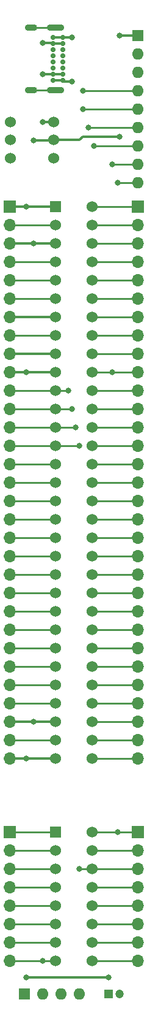
<source format=gbr>
G04 #@! TF.GenerationSoftware,KiCad,Pcbnew,(5.1.8)-1*
G04 #@! TF.CreationDate,2022-11-03T13:18:07-06:00*
G04 #@! TF.ProjectId,Breadboard Adapter,42726561-6462-46f6-9172-642041646170,rev?*
G04 #@! TF.SameCoordinates,Original*
G04 #@! TF.FileFunction,Copper,L1,Top*
G04 #@! TF.FilePolarity,Positive*
%FSLAX46Y46*%
G04 Gerber Fmt 4.6, Leading zero omitted, Abs format (unit mm)*
G04 Created by KiCad (PCBNEW (5.1.8)-1) date 2022-11-03 13:18:07*
%MOMM*%
%LPD*%
G01*
G04 APERTURE LIST*
G04 #@! TA.AperFunction,ComponentPad*
%ADD10O,1.700000X1.700000*%
G04 #@! TD*
G04 #@! TA.AperFunction,ComponentPad*
%ADD11R,1.700000X1.700000*%
G04 #@! TD*
G04 #@! TA.AperFunction,ComponentPad*
%ADD12C,1.524000*%
G04 #@! TD*
G04 #@! TA.AperFunction,ComponentPad*
%ADD13O,1.600000X1.600000*%
G04 #@! TD*
G04 #@! TA.AperFunction,ComponentPad*
%ADD14R,1.600000X1.600000*%
G04 #@! TD*
G04 #@! TA.AperFunction,ComponentPad*
%ADD15R,1.524000X1.524000*%
G04 #@! TD*
G04 #@! TA.AperFunction,ComponentPad*
%ADD16O,1.700000X0.900000*%
G04 #@! TD*
G04 #@! TA.AperFunction,ComponentPad*
%ADD17O,2.400000X0.900000*%
G04 #@! TD*
G04 #@! TA.AperFunction,ComponentPad*
%ADD18C,0.700000*%
G04 #@! TD*
G04 #@! TA.AperFunction,ComponentPad*
%ADD19C,1.200000*%
G04 #@! TD*
G04 #@! TA.AperFunction,ComponentPad*
%ADD20R,1.200000X1.200000*%
G04 #@! TD*
G04 #@! TA.AperFunction,ViaPad*
%ADD21C,0.800000*%
G04 #@! TD*
G04 #@! TA.AperFunction,Conductor*
%ADD22C,0.250000*%
G04 #@! TD*
G04 #@! TA.AperFunction,Conductor*
%ADD23C,0.330200*%
G04 #@! TD*
G04 APERTURE END LIST*
D10*
G04 #@! TO.P,J6,8*
G04 #@! TO.N,/SPK_OUT*
X111760000Y-142240000D03*
G04 #@! TO.P,J6,7*
G04 #@! TO.N,/SPK_GO*
X111760000Y-139700000D03*
G04 #@! TO.P,J6,6*
G04 #@! TO.N,/HF_PCLK*
X111760000Y-137160000D03*
G04 #@! TO.P,J6,5*
G04 #@! TO.N,/DRQ0*
X111760000Y-134620000D03*
G04 #@! TO.P,J6,4*
G04 #@! TO.N,/HOLDA*
X111760000Y-132080000D03*
G04 #@! TO.P,J6,3*
G04 #@! TO.N,/HOLD*
X111760000Y-129540000D03*
G04 #@! TO.P,J6,2*
G04 #@! TO.N,/READY*
X111760000Y-127000000D03*
D11*
G04 #@! TO.P,J6,1*
G04 #@! TO.N,/RESET*
X111760000Y-124460000D03*
G04 #@! TD*
D10*
G04 #@! TO.P,J5,8*
G04 #@! TO.N,/NMI*
X93980000Y-142240000D03*
G04 #@! TO.P,J5,7*
G04 #@! TO.N,/PIN7*
X93980000Y-139700000D03*
G04 #@! TO.P,J5,6*
G04 #@! TO.N,/IO_008X*
X93980000Y-137160000D03*
G04 #@! TO.P,J5,5*
G04 #@! TO.N,/IO_006X*
X93980000Y-134620000D03*
G04 #@! TO.P,J5,4*
G04 #@! TO.N,/IO_004X*
X93980000Y-132080000D03*
G04 #@! TO.P,J5,3*
G04 #@! TO.N,/IO_002X*
X93980000Y-129540000D03*
G04 #@! TO.P,J5,2*
G04 #@! TO.N,/IO_000X*
X93980000Y-127000000D03*
D11*
G04 #@! TO.P,J5,1*
G04 #@! TO.N,/IRQ1*
X93980000Y-124460000D03*
G04 #@! TD*
D10*
G04 #@! TO.P,J4,31*
G04 #@! TO.N,/A0*
X111760000Y-114300000D03*
G04 #@! TO.P,J4,30*
G04 #@! TO.N,/A1*
X111760000Y-111760000D03*
G04 #@! TO.P,J4,29*
G04 #@! TO.N,/A2*
X111760000Y-109220000D03*
G04 #@! TO.P,J4,28*
G04 #@! TO.N,/A3*
X111760000Y-106680000D03*
G04 #@! TO.P,J4,27*
G04 #@! TO.N,/A4*
X111760000Y-104140000D03*
G04 #@! TO.P,J4,26*
G04 #@! TO.N,/A5*
X111760000Y-101600000D03*
G04 #@! TO.P,J4,25*
G04 #@! TO.N,/A6*
X111760000Y-99060000D03*
G04 #@! TO.P,J4,24*
G04 #@! TO.N,/A7*
X111760000Y-96520000D03*
G04 #@! TO.P,J4,23*
G04 #@! TO.N,/A8*
X111760000Y-93980000D03*
G04 #@! TO.P,J4,22*
G04 #@! TO.N,/A9*
X111760000Y-91440000D03*
G04 #@! TO.P,J4,21*
G04 #@! TO.N,/A10*
X111760000Y-88900000D03*
G04 #@! TO.P,J4,20*
G04 #@! TO.N,/A11*
X111760000Y-86360000D03*
G04 #@! TO.P,J4,19*
G04 #@! TO.N,/A12*
X111760000Y-83820000D03*
G04 #@! TO.P,J4,18*
G04 #@! TO.N,/A13*
X111760000Y-81280000D03*
G04 #@! TO.P,J4,17*
G04 #@! TO.N,/A14*
X111760000Y-78740000D03*
G04 #@! TO.P,J4,16*
G04 #@! TO.N,/A15*
X111760000Y-76200000D03*
G04 #@! TO.P,J4,15*
G04 #@! TO.N,/A16*
X111760000Y-73660000D03*
G04 #@! TO.P,J4,14*
G04 #@! TO.N,/A17*
X111760000Y-71120000D03*
G04 #@! TO.P,J4,13*
G04 #@! TO.N,/A18*
X111760000Y-68580000D03*
G04 #@! TO.P,J4,12*
G04 #@! TO.N,/A19*
X111760000Y-66040000D03*
G04 #@! TO.P,J4,11*
G04 #@! TO.N,/AEN*
X111760000Y-63500000D03*
G04 #@! TO.P,J4,10*
G04 #@! TO.N,/RDY1*
X111760000Y-60960000D03*
G04 #@! TO.P,J4,9*
G04 #@! TO.N,/D0*
X111760000Y-58420000D03*
G04 #@! TO.P,J4,8*
G04 #@! TO.N,/D1*
X111760000Y-55880000D03*
G04 #@! TO.P,J4,7*
G04 #@! TO.N,/D2*
X111760000Y-53340000D03*
G04 #@! TO.P,J4,6*
G04 #@! TO.N,/D3*
X111760000Y-50800000D03*
G04 #@! TO.P,J4,5*
G04 #@! TO.N,/D4*
X111760000Y-48260000D03*
G04 #@! TO.P,J4,4*
G04 #@! TO.N,/D5*
X111760000Y-45720000D03*
G04 #@! TO.P,J4,3*
G04 #@! TO.N,/D6*
X111760000Y-43180000D03*
G04 #@! TO.P,J4,2*
G04 #@! TO.N,/D7*
X111760000Y-40640000D03*
D11*
G04 #@! TO.P,J4,1*
G04 #@! TO.N,/CH_CK*
X111760000Y-38100000D03*
G04 #@! TD*
D10*
G04 #@! TO.P,J3,31*
G04 #@! TO.N,/GND*
X93980000Y-114300000D03*
G04 #@! TO.P,J3,30*
G04 #@! TO.N,/OSC88*
X93980000Y-111760000D03*
G04 #@! TO.P,J3,29*
G04 #@! TO.N,/5+*
X93980000Y-109220000D03*
G04 #@! TO.P,J3,28*
G04 #@! TO.N,/ALE*
X93980000Y-106680000D03*
G04 #@! TO.P,J3,27*
G04 #@! TO.N,/TC*
X93980000Y-104140000D03*
G04 #@! TO.P,J3,26*
G04 #@! TO.N,/DACK2*
X93980000Y-101600000D03*
G04 #@! TO.P,J3,25*
G04 #@! TO.N,/IRQ3*
X93980000Y-99060000D03*
G04 #@! TO.P,J3,24*
G04 #@! TO.N,/IRQ4*
X93980000Y-96520000D03*
G04 #@! TO.P,J3,23*
G04 #@! TO.N,/IRQ5*
X93980000Y-93980000D03*
G04 #@! TO.P,J3,22*
G04 #@! TO.N,/IRQ6*
X93980000Y-91440000D03*
G04 #@! TO.P,J3,21*
G04 #@! TO.N,/IRQ7*
X93980000Y-88900000D03*
G04 #@! TO.P,J3,20*
G04 #@! TO.N,/CLK88*
X93980000Y-86360000D03*
G04 #@! TO.P,J3,19*
G04 #@! TO.N,/REFRQ*
X93980000Y-83820000D03*
G04 #@! TO.P,J3,18*
G04 #@! TO.N,/DRQ1*
X93980000Y-81280000D03*
G04 #@! TO.P,J3,17*
G04 #@! TO.N,/DACK1*
X93980000Y-78740000D03*
G04 #@! TO.P,J3,16*
G04 #@! TO.N,/DRQ3*
X93980000Y-76200000D03*
G04 #@! TO.P,J3,15*
G04 #@! TO.N,/DACK3*
X93980000Y-73660000D03*
G04 #@! TO.P,J3,14*
G04 #@! TO.N,/IORD*
X93980000Y-71120000D03*
G04 #@! TO.P,J3,13*
G04 #@! TO.N,/IOWR*
X93980000Y-68580000D03*
G04 #@! TO.P,J3,12*
G04 #@! TO.N,/MRD*
X93980000Y-66040000D03*
G04 #@! TO.P,J3,11*
G04 #@! TO.N,/MWR*
X93980000Y-63500000D03*
G04 #@! TO.P,J3,10*
G04 #@! TO.N,/GND*
X93980000Y-60960000D03*
G04 #@! TO.P,J3,9*
G04 #@! TO.N,/12+*
X93980000Y-58420000D03*
G04 #@! TO.P,J3,8*
G04 #@! TO.N,/NC*
X93980000Y-55880000D03*
G04 #@! TO.P,J3,7*
G04 #@! TO.N,/12-*
X93980000Y-53340000D03*
G04 #@! TO.P,J3,6*
G04 #@! TO.N,/DRQ2*
X93980000Y-50800000D03*
G04 #@! TO.P,J3,5*
G04 #@! TO.N,/5-*
X93980000Y-48260000D03*
G04 #@! TO.P,J3,4*
G04 #@! TO.N,/IRQ2*
X93980000Y-45720000D03*
G04 #@! TO.P,J3,3*
G04 #@! TO.N,/5+*
X93980000Y-43180000D03*
G04 #@! TO.P,J3,2*
G04 #@! TO.N,/RESOUT*
X93980000Y-40640000D03*
D11*
G04 #@! TO.P,J3,1*
G04 #@! TO.N,/GND*
X93980000Y-38100000D03*
G04 #@! TD*
D12*
G04 #@! TO.P,SW1,6*
G04 #@! TO.N,Net-(SW1-Pad6)*
X94076000Y-31416000D03*
G04 #@! TO.P,SW1,5*
G04 #@! TO.N,Net-(SW1-Pad5)*
X94076000Y-28916000D03*
G04 #@! TO.P,SW1,4*
G04 #@! TO.N,Net-(SW1-Pad4)*
X94076000Y-26416000D03*
G04 #@! TO.P,SW1,3*
G04 #@! TO.N,/POWER_SUPPLY*
X100076000Y-26416000D03*
G04 #@! TO.P,SW1,2*
G04 #@! TO.N,/5+*
X100076000Y-28916000D03*
G04 #@! TO.P,SW1,1*
G04 #@! TO.N,Net-(SW1-Pad1)*
X100076000Y-31416000D03*
G04 #@! TD*
D13*
G04 #@! TO.P,RN2,4*
G04 #@! TO.N,/HOLD*
X103632000Y-146812000D03*
G04 #@! TO.P,RN2,3*
G04 #@! TO.N,Net-(RN2-Pad3)*
X101092000Y-146812000D03*
G04 #@! TO.P,RN2,2*
G04 #@! TO.N,/NMI*
X98552000Y-146812000D03*
D14*
G04 #@! TO.P,RN2,1*
G04 #@! TO.N,/GND*
X96012000Y-146812000D03*
G04 #@! TD*
D13*
G04 #@! TO.P,RN1,9*
G04 #@! TO.N,/RESET*
X111760000Y-34798000D03*
G04 #@! TO.P,RN1,8*
G04 #@! TO.N,/RDY1*
X111760000Y-32258000D03*
G04 #@! TO.P,RN1,7*
G04 #@! TO.N,/IORD*
X111760000Y-29718000D03*
G04 #@! TO.P,RN1,6*
G04 #@! TO.N,/IOWR*
X111760000Y-27178000D03*
G04 #@! TO.P,RN1,5*
G04 #@! TO.N,/MRD*
X111760000Y-24638000D03*
G04 #@! TO.P,RN1,4*
G04 #@! TO.N,/MWR*
X111760000Y-22098000D03*
G04 #@! TO.P,RN1,3*
G04 #@! TO.N,Net-(RN1-Pad3)*
X111760000Y-19558000D03*
G04 #@! TO.P,RN1,2*
G04 #@! TO.N,Net-(RN1-Pad2)*
X111760000Y-17018000D03*
D14*
G04 #@! TO.P,RN1,1*
G04 #@! TO.N,/5+*
X111760000Y-14478000D03*
G04 #@! TD*
D12*
G04 #@! TO.P,J9,62*
G04 #@! TO.N,/A0*
X105410000Y-114300000D03*
G04 #@! TO.P,J9,61*
G04 #@! TO.N,/A1*
X105410000Y-111760000D03*
G04 #@! TO.P,J9,60*
G04 #@! TO.N,/A2*
X105410000Y-109220000D03*
G04 #@! TO.P,J9,59*
G04 #@! TO.N,/A3*
X105410000Y-106680000D03*
G04 #@! TO.P,J9,58*
G04 #@! TO.N,/A4*
X105410000Y-104140000D03*
G04 #@! TO.P,J9,57*
G04 #@! TO.N,/A5*
X105410000Y-101600000D03*
G04 #@! TO.P,J9,56*
G04 #@! TO.N,/A6*
X105410000Y-99060000D03*
G04 #@! TO.P,J9,55*
G04 #@! TO.N,/A7*
X105410000Y-96520000D03*
G04 #@! TO.P,J9,54*
G04 #@! TO.N,/A8*
X105410000Y-93980000D03*
G04 #@! TO.P,J9,53*
G04 #@! TO.N,/A9*
X105410000Y-91440000D03*
G04 #@! TO.P,J9,52*
G04 #@! TO.N,/A10*
X105410000Y-88900000D03*
G04 #@! TO.P,J9,51*
G04 #@! TO.N,/A11*
X105410000Y-86360000D03*
G04 #@! TO.P,J9,50*
G04 #@! TO.N,/A12*
X105410000Y-83820000D03*
G04 #@! TO.P,J9,49*
G04 #@! TO.N,/A13*
X105410000Y-81280000D03*
G04 #@! TO.P,J9,48*
G04 #@! TO.N,/A14*
X105410000Y-78740000D03*
G04 #@! TO.P,J9,47*
G04 #@! TO.N,/A15*
X105410000Y-76200000D03*
G04 #@! TO.P,J9,46*
G04 #@! TO.N,/A16*
X105410000Y-73660000D03*
G04 #@! TO.P,J9,45*
G04 #@! TO.N,/A17*
X105410000Y-71120000D03*
G04 #@! TO.P,J9,44*
G04 #@! TO.N,/A18*
X105410000Y-68580000D03*
G04 #@! TO.P,J9,43*
G04 #@! TO.N,/A19*
X105410000Y-66040000D03*
G04 #@! TO.P,J9,42*
G04 #@! TO.N,/AEN*
X105410000Y-63500000D03*
G04 #@! TO.P,J9,41*
G04 #@! TO.N,/RDY1*
X105410000Y-60960000D03*
G04 #@! TO.P,J9,40*
G04 #@! TO.N,/D0*
X105410000Y-58420000D03*
G04 #@! TO.P,J9,39*
G04 #@! TO.N,/D1*
X105410000Y-55880000D03*
G04 #@! TO.P,J9,38*
G04 #@! TO.N,/D2*
X105410000Y-53340000D03*
G04 #@! TO.P,J9,37*
G04 #@! TO.N,/D3*
X105410000Y-50800000D03*
G04 #@! TO.P,J9,36*
G04 #@! TO.N,/D4*
X105410000Y-48260000D03*
G04 #@! TO.P,J9,35*
G04 #@! TO.N,/D5*
X105410000Y-45720000D03*
G04 #@! TO.P,J9,34*
G04 #@! TO.N,/D6*
X105410000Y-43180000D03*
G04 #@! TO.P,J9,33*
G04 #@! TO.N,/D7*
X105410000Y-40640000D03*
G04 #@! TO.P,J9,32*
G04 #@! TO.N,/CH_CK*
X105410000Y-38100000D03*
G04 #@! TO.P,J9,31*
G04 #@! TO.N,/GND*
X100330000Y-114300000D03*
G04 #@! TO.P,J9,30*
G04 #@! TO.N,/OSC88*
X100330000Y-111760000D03*
G04 #@! TO.P,J9,29*
G04 #@! TO.N,/5+*
X100330000Y-109220000D03*
G04 #@! TO.P,J9,28*
G04 #@! TO.N,/ALE*
X100330000Y-106680000D03*
G04 #@! TO.P,J9,27*
G04 #@! TO.N,/TC*
X100330000Y-104140000D03*
G04 #@! TO.P,J9,26*
G04 #@! TO.N,/DACK2*
X100330000Y-101600000D03*
G04 #@! TO.P,J9,25*
G04 #@! TO.N,/IRQ3*
X100330000Y-99060000D03*
G04 #@! TO.P,J9,24*
G04 #@! TO.N,/IRQ4*
X100330000Y-96520000D03*
G04 #@! TO.P,J9,23*
G04 #@! TO.N,/IRQ5*
X100330000Y-93980000D03*
G04 #@! TO.P,J9,22*
G04 #@! TO.N,/IRQ6*
X100330000Y-91440000D03*
G04 #@! TO.P,J9,21*
G04 #@! TO.N,/IRQ7*
X100330000Y-88900000D03*
G04 #@! TO.P,J9,20*
G04 #@! TO.N,/CLK88*
X100330000Y-86360000D03*
G04 #@! TO.P,J9,19*
G04 #@! TO.N,/REFRQ*
X100330000Y-83820000D03*
G04 #@! TO.P,J9,18*
G04 #@! TO.N,/DRQ1*
X100330000Y-81280000D03*
G04 #@! TO.P,J9,17*
G04 #@! TO.N,/DACK1*
X100330000Y-78740000D03*
G04 #@! TO.P,J9,16*
G04 #@! TO.N,/DRQ3*
X100330000Y-76200000D03*
G04 #@! TO.P,J9,15*
G04 #@! TO.N,/DACK3*
X100330000Y-73660000D03*
G04 #@! TO.P,J9,14*
G04 #@! TO.N,/IORD*
X100330000Y-71120000D03*
G04 #@! TO.P,J9,13*
G04 #@! TO.N,/IOWR*
X100330000Y-68580000D03*
G04 #@! TO.P,J9,12*
G04 #@! TO.N,/MRD*
X100330000Y-66040000D03*
G04 #@! TO.P,J9,11*
G04 #@! TO.N,/MWR*
X100330000Y-63500000D03*
G04 #@! TO.P,J9,10*
G04 #@! TO.N,/GND*
X100330000Y-60960000D03*
G04 #@! TO.P,J9,9*
G04 #@! TO.N,/12+*
X100330000Y-58420000D03*
G04 #@! TO.P,J9,8*
G04 #@! TO.N,/NC*
X100330000Y-55880000D03*
G04 #@! TO.P,J9,7*
G04 #@! TO.N,/12-*
X100330000Y-53340000D03*
G04 #@! TO.P,J9,6*
G04 #@! TO.N,/DRQ2*
X100330000Y-50800000D03*
G04 #@! TO.P,J9,5*
G04 #@! TO.N,/5-*
X100330000Y-48260000D03*
G04 #@! TO.P,J9,4*
G04 #@! TO.N,/IRQ2*
X100330000Y-45720000D03*
G04 #@! TO.P,J9,3*
G04 #@! TO.N,/5+*
X100330000Y-43180000D03*
G04 #@! TO.P,J9,2*
G04 #@! TO.N,/RESOUT*
X100330000Y-40640000D03*
D15*
G04 #@! TO.P,J9,1*
G04 #@! TO.N,/GND*
X100330000Y-38100000D03*
G04 #@! TD*
D16*
G04 #@! TO.P,J2,S1*
G04 #@! TO.N,Net-(J2-PadS1)*
X96986000Y-22032000D03*
X96986000Y-13382000D03*
D17*
X100366000Y-22032000D03*
X100366000Y-13382000D03*
D18*
G04 #@! TO.P,J2,B6*
G04 #@! TO.N,Net-(J2-PadB6)*
X99996000Y-18132000D03*
G04 #@! TO.P,J2,B1*
G04 #@! TO.N,/GND*
X99996000Y-20682000D03*
G04 #@! TO.P,J2,B4*
G04 #@! TO.N,/POWER_SUPPLY*
X99996000Y-19832000D03*
G04 #@! TO.P,J2,B5*
G04 #@! TO.N,Net-(J2-PadB5)*
X99996000Y-18982000D03*
G04 #@! TO.P,J2,B12*
G04 #@! TO.N,/GND*
X99996000Y-14732000D03*
G04 #@! TO.P,J2,B8*
G04 #@! TO.N,Net-(J2-PadB8)*
X99996000Y-16432000D03*
G04 #@! TO.P,J2,B7*
G04 #@! TO.N,Net-(J2-PadB7)*
X99996000Y-17282000D03*
G04 #@! TO.P,J2,B9*
G04 #@! TO.N,/POWER_SUPPLY*
X99996000Y-15582000D03*
G04 #@! TO.P,J2,A12*
G04 #@! TO.N,/GND*
X101346000Y-20682000D03*
G04 #@! TO.P,J2,A9*
G04 #@! TO.N,/POWER_SUPPLY*
X101346000Y-19832000D03*
G04 #@! TO.P,J2,A8*
G04 #@! TO.N,Net-(J2-PadA8)*
X101346000Y-18982000D03*
G04 #@! TO.P,J2,A7*
G04 #@! TO.N,Net-(J2-PadA7)*
X101346000Y-18132000D03*
G04 #@! TO.P,J2,A6*
G04 #@! TO.N,Net-(J2-PadA6)*
X101346000Y-17282000D03*
G04 #@! TO.P,J2,A5*
G04 #@! TO.N,Net-(J2-PadA5)*
X101346000Y-16432000D03*
G04 #@! TO.P,J2,A4*
G04 #@! TO.N,/POWER_SUPPLY*
X101346000Y-15582000D03*
G04 #@! TO.P,J2,A1*
G04 #@! TO.N,/GND*
X101346000Y-14732000D03*
G04 #@! TD*
D12*
G04 #@! TO.P,J1,16*
G04 #@! TO.N,/RESET*
X105410000Y-124460000D03*
G04 #@! TO.P,J1,15*
G04 #@! TO.N,/READY*
X105410000Y-127000000D03*
D15*
G04 #@! TO.P,J1,1*
G04 #@! TO.N,/IRQ1*
X100330000Y-124460000D03*
D12*
G04 #@! TO.P,J1,2*
G04 #@! TO.N,/IO_000X*
X100330000Y-127000000D03*
G04 #@! TO.P,J1,3*
G04 #@! TO.N,/IO_002X*
X100330000Y-129540000D03*
G04 #@! TO.P,J1,4*
G04 #@! TO.N,/IO_004X*
X100330000Y-132080000D03*
G04 #@! TO.P,J1,5*
G04 #@! TO.N,/IO_006X*
X100330000Y-134620000D03*
G04 #@! TO.P,J1,6*
G04 #@! TO.N,/IO_008X*
X100330000Y-137160000D03*
G04 #@! TO.P,J1,7*
G04 #@! TO.N,/PIN7*
X100330000Y-139700000D03*
G04 #@! TO.P,J1,8*
G04 #@! TO.N,/NMI*
X100330000Y-142240000D03*
G04 #@! TO.P,J1,9*
G04 #@! TO.N,/SPK_OUT*
X105410000Y-142240000D03*
G04 #@! TO.P,J1,10*
G04 #@! TO.N,/SPK_GO*
X105410000Y-139700000D03*
G04 #@! TO.P,J1,11*
G04 #@! TO.N,/HF_PCLK*
X105410000Y-137160000D03*
G04 #@! TO.P,J1,12*
G04 #@! TO.N,/DRQ0*
X105410000Y-134620000D03*
G04 #@! TO.P,J1,13*
G04 #@! TO.N,/HOLDA*
X105410000Y-132080000D03*
G04 #@! TO.P,J1,14*
G04 #@! TO.N,/HOLD*
X105410000Y-129540000D03*
G04 #@! TD*
D19*
G04 #@! TO.P,C1,2*
G04 #@! TO.N,/RESET*
X109196000Y-146812000D03*
D20*
G04 #@! TO.P,C1,1*
G04 #@! TO.N,/GND*
X107696000Y-146812000D03*
G04 #@! TD*
D21*
G04 #@! TO.N,/RESET*
X108966000Y-34798000D03*
X108966000Y-124460000D03*
G04 #@! TO.N,/GND*
X102616000Y-14732000D03*
X102616000Y-20828000D03*
X96266000Y-38100000D03*
X96266000Y-114300000D03*
X96266000Y-60960000D03*
X96266000Y-144526000D03*
X107696000Y-144526000D03*
G04 #@! TO.N,/NMI*
X98552000Y-142240000D03*
G04 #@! TO.N,/HOLD*
X103632000Y-129540000D03*
G04 #@! TO.N,/POWER_SUPPLY*
X98552000Y-26416000D03*
X98552000Y-19812000D03*
X98552000Y-15494000D03*
G04 #@! TO.N,/RDY1*
X108204000Y-60960000D03*
X108204000Y-32258000D03*
G04 #@! TO.N,/5+*
X97282000Y-43180000D03*
X97282000Y-28956000D03*
X97282000Y-109220000D03*
X109220000Y-28448000D03*
X109220000Y-14478000D03*
G04 #@! TO.N,/IORD*
X103632000Y-71120000D03*
X105664000Y-29718000D03*
G04 #@! TO.N,/IOWR*
X103124000Y-68580000D03*
X104902000Y-27178000D03*
G04 #@! TO.N,/MRD*
X102616000Y-66040000D03*
X104140000Y-24638000D03*
G04 #@! TO.N,/MWR*
X102108000Y-63500000D03*
X104140000Y-22098000D03*
G04 #@! TD*
D22*
G04 #@! TO.N,/RESET*
X105410000Y-124460000D02*
X111760000Y-124460000D01*
X111760000Y-34798000D02*
X108966000Y-34798000D01*
D23*
G04 #@! TO.N,/GND*
X93980000Y-38100000D02*
X96266000Y-38100000D01*
X100330000Y-60960000D02*
X93980000Y-60960000D01*
X93980000Y-114300000D02*
X100330000Y-114300000D01*
X102616000Y-14732000D02*
X101346000Y-14732000D01*
X101346000Y-14732000D02*
X99996000Y-14732000D01*
X101492000Y-20828000D02*
X101346000Y-20682000D01*
X102616000Y-20828000D02*
X101492000Y-20828000D01*
X101346000Y-20682000D02*
X99996000Y-20682000D01*
X99996000Y-20682000D02*
X99968000Y-20682000D01*
X96266000Y-38100000D02*
X100330000Y-38100000D01*
X96266000Y-144526000D02*
X107696000Y-144526000D01*
X107696000Y-144526000D02*
X107696000Y-144526000D01*
D22*
G04 #@! TO.N,/READY*
X111760000Y-127000000D02*
X105410000Y-127000000D01*
G04 #@! TO.N,/IRQ1*
X93980000Y-124460000D02*
X100330000Y-124460000D01*
G04 #@! TO.N,/IO_000X*
X100330000Y-127000000D02*
X93980000Y-127000000D01*
G04 #@! TO.N,/IO_002X*
X93980000Y-129540000D02*
X100330000Y-129540000D01*
G04 #@! TO.N,/IO_004X*
X100330000Y-132080000D02*
X93980000Y-132080000D01*
G04 #@! TO.N,/IO_006X*
X93980000Y-134620000D02*
X100330000Y-134620000D01*
G04 #@! TO.N,/IO_008X*
X100330000Y-137160000D02*
X93980000Y-137160000D01*
G04 #@! TO.N,/NMI*
X100330000Y-142240000D02*
X93980000Y-142240000D01*
G04 #@! TO.N,/SPK_OUT*
X111760000Y-142240000D02*
X105410000Y-142240000D01*
G04 #@! TO.N,/SPK_GO*
X105410000Y-139700000D02*
X111760000Y-139700000D01*
G04 #@! TO.N,/HF_PCLK*
X111760000Y-137160000D02*
X105410000Y-137160000D01*
G04 #@! TO.N,/DRQ0*
X105410000Y-134620000D02*
X111760000Y-134620000D01*
G04 #@! TO.N,/HOLDA*
X111760000Y-132080000D02*
X105410000Y-132080000D01*
G04 #@! TO.N,/HOLD*
X105410000Y-129540000D02*
X111760000Y-129540000D01*
X105410000Y-129540000D02*
X104140000Y-129540000D01*
X104140000Y-129540000D02*
X103632000Y-129540000D01*
G04 #@! TO.N,Net-(J2-PadS1)*
X100366000Y-22032000D02*
X96986000Y-22032000D01*
X96986000Y-13382000D02*
X100366000Y-13382000D01*
D23*
G04 #@! TO.N,/POWER_SUPPLY*
X99996000Y-19832000D02*
X101346000Y-19832000D01*
X99996000Y-15582000D02*
X101346000Y-15582000D01*
X98552000Y-15748000D02*
X98552000Y-15748000D01*
X98552000Y-26416000D02*
X100076000Y-26416000D01*
X99996000Y-19832000D02*
X98572000Y-19832000D01*
X99908000Y-15494000D02*
X98552000Y-15494000D01*
X99996000Y-15582000D02*
X99908000Y-15494000D01*
D22*
G04 #@! TO.N,/A0*
X105410000Y-114300000D02*
X111760000Y-114300000D01*
G04 #@! TO.N,/A1*
X111760000Y-111760000D02*
X105410000Y-111760000D01*
G04 #@! TO.N,/A2*
X105410000Y-109220000D02*
X111760000Y-109220000D01*
G04 #@! TO.N,/A3*
X111760000Y-106680000D02*
X105410000Y-106680000D01*
G04 #@! TO.N,/A4*
X105410000Y-104140000D02*
X111760000Y-104140000D01*
G04 #@! TO.N,/A5*
X111760000Y-101600000D02*
X105410000Y-101600000D01*
G04 #@! TO.N,/A6*
X105410000Y-99060000D02*
X111760000Y-99060000D01*
G04 #@! TO.N,/A7*
X111760000Y-96520000D02*
X105410000Y-96520000D01*
G04 #@! TO.N,/A8*
X105410000Y-93980000D02*
X111760000Y-93980000D01*
G04 #@! TO.N,/A9*
X111760000Y-91440000D02*
X105410000Y-91440000D01*
G04 #@! TO.N,/A10*
X105410000Y-88900000D02*
X111760000Y-88900000D01*
G04 #@! TO.N,/A11*
X111760000Y-86360000D02*
X105410000Y-86360000D01*
G04 #@! TO.N,/A12*
X105410000Y-83820000D02*
X111760000Y-83820000D01*
G04 #@! TO.N,/A13*
X111760000Y-81280000D02*
X105410000Y-81280000D01*
G04 #@! TO.N,/A14*
X105410000Y-78740000D02*
X111760000Y-78740000D01*
G04 #@! TO.N,/A15*
X111760000Y-76200000D02*
X105410000Y-76200000D01*
G04 #@! TO.N,/A16*
X105410000Y-73660000D02*
X111760000Y-73660000D01*
G04 #@! TO.N,/A17*
X111760000Y-71120000D02*
X105410000Y-71120000D01*
G04 #@! TO.N,/A18*
X105410000Y-68580000D02*
X111760000Y-68580000D01*
G04 #@! TO.N,/A19*
X111760000Y-66040000D02*
X105410000Y-66040000D01*
G04 #@! TO.N,/AEN*
X105410000Y-63500000D02*
X111760000Y-63500000D01*
G04 #@! TO.N,/RDY1*
X111760000Y-60960000D02*
X105410000Y-60960000D01*
X108966000Y-32258000D02*
X108966000Y-32258000D01*
X111760000Y-32258000D02*
X108204000Y-32258000D01*
G04 #@! TO.N,/D0*
X105410000Y-58420000D02*
X111760000Y-58420000D01*
G04 #@! TO.N,/D1*
X111760000Y-55880000D02*
X105410000Y-55880000D01*
G04 #@! TO.N,/D2*
X105410000Y-53340000D02*
X111760000Y-53340000D01*
G04 #@! TO.N,/D3*
X111760000Y-50800000D02*
X105410000Y-50800000D01*
G04 #@! TO.N,/D4*
X105410000Y-48260000D02*
X111760000Y-48260000D01*
G04 #@! TO.N,/D5*
X111760000Y-45720000D02*
X105410000Y-45720000D01*
G04 #@! TO.N,/D6*
X105410000Y-43180000D02*
X111760000Y-43180000D01*
G04 #@! TO.N,/D7*
X111760000Y-40640000D02*
X105410000Y-40640000D01*
G04 #@! TO.N,/CH_CK*
X105410000Y-38100000D02*
X111760000Y-38100000D01*
G04 #@! TO.N,/OSC88*
X100330000Y-111760000D02*
X93980000Y-111760000D01*
D23*
G04 #@! TO.N,/5+*
X93980000Y-43180000D02*
X97282000Y-43180000D01*
X93980000Y-109220000D02*
X100330000Y-109220000D01*
X97282000Y-43180000D02*
X100330000Y-43180000D01*
X100036000Y-28956000D02*
X100076000Y-28916000D01*
X97282000Y-28956000D02*
X100036000Y-28956000D01*
X100076000Y-28916000D02*
X103672000Y-28916000D01*
X103672000Y-28916000D02*
X104140000Y-28448000D01*
X104140000Y-28448000D02*
X109220000Y-28448000D01*
X109220000Y-28448000D02*
X109220000Y-28448000D01*
X111760000Y-14478000D02*
X109220000Y-14478000D01*
D22*
G04 #@! TO.N,/ALE*
X100330000Y-106680000D02*
X93980000Y-106680000D01*
G04 #@! TO.N,/TC*
X93980000Y-104140000D02*
X100330000Y-104140000D01*
G04 #@! TO.N,/DACK2*
X100330000Y-101600000D02*
X93980000Y-101600000D01*
G04 #@! TO.N,/IRQ3*
X93980000Y-99060000D02*
X100330000Y-99060000D01*
G04 #@! TO.N,/IRQ4*
X100330000Y-96520000D02*
X93980000Y-96520000D01*
G04 #@! TO.N,/IRQ5*
X93980000Y-93980000D02*
X100330000Y-93980000D01*
G04 #@! TO.N,/IRQ6*
X100330000Y-91440000D02*
X93980000Y-91440000D01*
G04 #@! TO.N,/IRQ7*
X93980000Y-88900000D02*
X100330000Y-88900000D01*
G04 #@! TO.N,/CLK88*
X100330000Y-86360000D02*
X93980000Y-86360000D01*
G04 #@! TO.N,/REFRQ*
X93980000Y-83820000D02*
X100330000Y-83820000D01*
G04 #@! TO.N,/DRQ1*
X100330000Y-81280000D02*
X93980000Y-81280000D01*
G04 #@! TO.N,/DACK1*
X93980000Y-78740000D02*
X100330000Y-78740000D01*
G04 #@! TO.N,/DRQ3*
X100330000Y-76200000D02*
X93980000Y-76200000D01*
G04 #@! TO.N,/DACK3*
X93980000Y-73660000D02*
X100330000Y-73660000D01*
G04 #@! TO.N,/IORD*
X100330000Y-71120000D02*
X93980000Y-71120000D01*
X100330000Y-71120000D02*
X103632000Y-71120000D01*
X111760000Y-29718000D02*
X105664000Y-29718000D01*
G04 #@! TO.N,/IOWR*
X93980000Y-68580000D02*
X100330000Y-68580000D01*
X100330000Y-68580000D02*
X103124000Y-68580000D01*
X111760000Y-27178000D02*
X104902000Y-27178000D01*
G04 #@! TO.N,/MRD*
X100330000Y-66040000D02*
X93980000Y-66040000D01*
X100330000Y-66040000D02*
X102616000Y-66040000D01*
X102616000Y-66040000D02*
X102616000Y-66040000D01*
X111760000Y-24638000D02*
X104140000Y-24638000D01*
G04 #@! TO.N,/MWR*
X93980000Y-63500000D02*
X100330000Y-63500000D01*
X101854000Y-63500000D02*
X101854000Y-63500000D01*
X100330000Y-63500000D02*
X102108000Y-63500000D01*
X104140000Y-22098000D02*
X111760000Y-22098000D01*
D23*
G04 #@! TO.N,/12+*
X93980000Y-58420000D02*
X100330000Y-58420000D01*
D22*
G04 #@! TO.N,/NC*
X100330000Y-55880000D02*
X93980000Y-55880000D01*
D23*
G04 #@! TO.N,/12-*
X93980000Y-53340000D02*
X100330000Y-53340000D01*
D22*
G04 #@! TO.N,/DRQ2*
X100330000Y-50800000D02*
X93980000Y-50800000D01*
G04 #@! TO.N,/5-*
X93980000Y-48260000D02*
X100330000Y-48260000D01*
G04 #@! TO.N,/IRQ2*
X100330000Y-45720000D02*
X93980000Y-45720000D01*
G04 #@! TO.N,/RESOUT*
X100330000Y-40640000D02*
X93980000Y-40640000D01*
G04 #@! TO.N,/PIN7*
X93980000Y-139700000D02*
X100330000Y-139700000D01*
G04 #@! TD*
M02*

</source>
